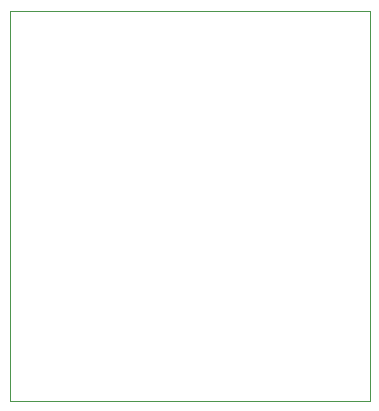
<source format=gbr>
%TF.GenerationSoftware,KiCad,Pcbnew,(6.0.10)*%
%TF.CreationDate,2023-02-23T16:05:32-08:00*%
%TF.ProjectId,lab4 Exercise 2,6c616234-2045-4786-9572-636973652032,rev?*%
%TF.SameCoordinates,Original*%
%TF.FileFunction,Profile,NP*%
%FSLAX46Y46*%
G04 Gerber Fmt 4.6, Leading zero omitted, Abs format (unit mm)*
G04 Created by KiCad (PCBNEW (6.0.10)) date 2023-02-23 16:05:32*
%MOMM*%
%LPD*%
G01*
G04 APERTURE LIST*
%TA.AperFunction,Profile*%
%ADD10C,0.100000*%
%TD*%
G04 APERTURE END LIST*
D10*
X134620000Y-83820000D02*
X165100000Y-83820000D01*
X165100000Y-83820000D02*
X165100000Y-116840000D01*
X165100000Y-116840000D02*
X134620000Y-116840000D01*
X134620000Y-116840000D02*
X134620000Y-83820000D01*
M02*

</source>
